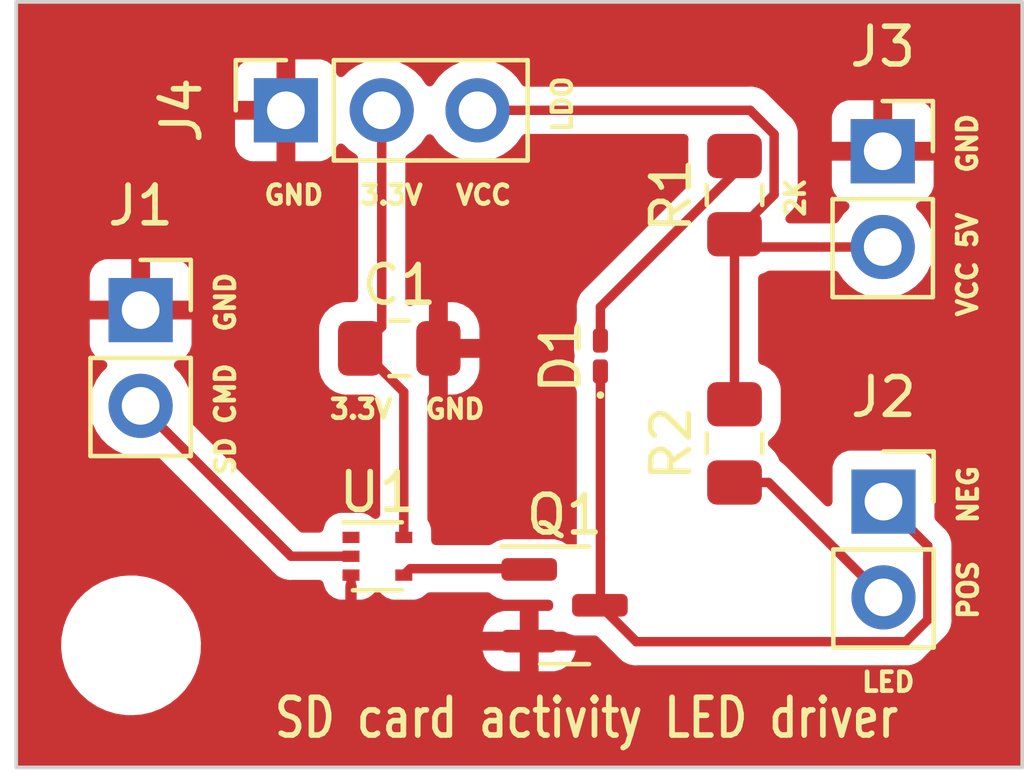
<source format=kicad_pcb>
(kicad_pcb (version 20221018) (generator pcbnew)
  (title_block (title "SD Card Activity LED Driver") (date "2023-07-08") (rev "1"))
  (layers (0 "F.Cu" signal) (31 "B.Cu" signal) (34 "B.Paste" user) (35 "F.Paste" user) (36 "B.SilkS" user "B.Silkscreen") (37 "F.SilkS" user "F.Silkscreen") (38 "B.Mask" user) (39 "F.Mask" user) (44 "Edge.Cuts" user))
  (net 0 "")
  (net 1 "GND")
  (net 2 "Net-(Q1-G)")
  (net 3 "VCC")
  (net 4 "/SD_CMD")
  (net 5 "/3.3V")
  (net 6 "/ACT_LED_NEG")
  (net 7 "Net-(D1-A)")
  (net 8 "Net-(J2-Pin_2)")
  (footprint "Capacitor_SMD:C_0805_2012Metric_Pad1.18x1.45mm_HandSolder" (layer "F.Cu") (at 153.67 65.024 90)
    (fp_text reference "R1" (at 0 -1.68 90) (layer "F.SilkS"))
    (fp_text value "2K")
    (fp_text user "2K" (at -0.635 1.905 90 unlocked) (layer "F.SilkS") (effects (font (size 0.5 0.5) (thickness 0.125)) (justify left bottom)))
    (fp_line (start -0.261252 -0.735) (end 0.261252 -0.735) (stroke (width 0.12)) (layer "F.SilkS"))
    (fp_line (start -0.261252 0.735) (end 0.261252 0.735) (stroke (width 0.12)) (layer "F.SilkS"))
    (pad "1" smd roundrect (at -1.0375 0 90) (size 1.175 1.45) (layers "F.Cu" "F.Paste" "F.Mask") (roundrect_rratio 0.2127659574) (net 3 "VCC"))
    (pad "2" smd roundrect (at 1.0375 0 90) (size 1.175 1.45) (layers "F.Cu" "F.Paste" "F.Mask") (roundrect_rratio 0.2127659574) (net 7 "Net-(D1-A)"))
  )
  (footprint "LED_SMD:LED_0201_0603Metric_Pad0.64x0.40mm_HandSolder" (layer "F.Cu") (at 150.114 69.2905 90)
    (fp_text reference "D1" (at 0 -1.05 90) (layer "F.SilkS"))
    (fp_text value "LED")
    (fp_circle (center -1.035 0) (end -0.985 0) (stroke (width 0.1)) (fill none) (layer "F.SilkS"))
    (pad "1" smd roundrect (at -0.4075 0 90) (size 0.635 0.4) (layers "F.Cu" "F.Mask") (net 6 "/ACT_LED_NEG"))
    (pad "2" smd roundrect (at 0.4075 0 90) (size 0.635 0.4) (layers "F.Cu" "F.Mask") (net 7 "Net-(D1-A)"))
  )
  (footprint "Package_TO_SOT_SMD:SOT-23" (layer "F.Cu") (at 149.1625 75.9)
    (fp_text reference "Q1" (at 0 -2.4) (layer "F.SilkS"))
    (fp_text value "BSS138")
    (fp_line (start 0 -1.56) (end -1.675 -1.56) (stroke (width 0.12)) (layer "F.SilkS"))
    (fp_line (start 0 -1.56) (end 0.65 -1.56) (stroke (width 0.12)) (layer "F.SilkS"))
    (fp_line (start 0 1.56) (end -0.65 1.56) (stroke (width 0.12)) (layer "F.SilkS"))
    (fp_line (start 0 1.56) (end 0.65 1.56) (stroke (width 0.12)) (layer "F.SilkS"))
    (pad "1" smd roundrect (at -0.9375 -0.95) (size 1.475 0.6) (layers "F.Cu" "F.Paste" "F.Mask") (net 2 "Net-(Q1-G)"))
    (pad "2" smd roundrect (at -0.9375 0.95) (size 1.475 0.6) (layers "F.Cu" "F.Paste" "F.Mask") (net 1 "GND"))
    (pad "3" smd roundrect (at 0.9375 0) (size 1.475 0.6) (layers "F.Cu" "F.Paste" "F.Mask") (net 6 "/ACT_LED_NEG"))
  )
  (footprint "Connector_PinSocket_2.54mm:PinSocket_1x02_P2.54mm_Vertical" (layer "F.Cu") (at 137.922 68.072)
    (fp_text reference "J1" (at 0 -2.77) (layer "F.SilkS"))
    (fp_text value "Conn_SD")
    (fp_text user "GND" (at 2.54 0.635 90 unlocked) (layer "F.SilkS") (effects (font (size 0.5 0.5) (thickness 0.125)) (justify left bottom)))
    (fp_text user "SD CMD" (at 2.54 4.445 90 unlocked) (layer "F.SilkS") (effects (font (size 0.5 0.5) (thickness 0.125)) (justify left bottom)))
    (fp_line (start -1.33 1.27) (end -1.33 3.87) (stroke (width 0.12)) (layer "F.SilkS"))
    (fp_line (start -1.33 1.27) (end 1.33 1.27) (stroke (width 0.12)) (layer "F.SilkS"))
    (fp_line (start -1.33 3.87) (end 1.33 3.87) (stroke (width 0.12)) (layer "F.SilkS"))
    (fp_line (start 0 -1.33) (end 1.33 -1.33) (stroke (width 0.12)) (layer "F.SilkS"))
    (fp_line (start 1.33 -1.33) (end 1.33 0) (stroke (width 0.12)) (layer "F.SilkS"))
    (fp_line (start 1.33 1.27) (end 1.33 3.87) (stroke (width 0.12)) (layer "F.SilkS"))
    (pad "1" thru_hole rect (at 0 0) (size 1.7 1.7) (drill 1) (layers "*.Cu" "*.Mask") (net 1 "GND"))
    (pad "2" thru_hole oval (at 0 2.54) (size 1.7 1.7) (drill 1) (layers "*.Cu" "*.Mask") (net 4 "/SD_CMD"))
  )
  (footprint "Capacitor_SMD:C_0805_2012Metric_Pad1.18x1.45mm_HandSolder" (layer "F.Cu") (at 144.78 69.088)
    (fp_text reference "C1" (at 0 -1.68) (layer "F.SilkS"))
    (fp_text value "0.1uF")
    (fp_text user "3.3V" (at -1.905 1.905 unlocked) (layer "F.SilkS") (effects (font (size 0.5 0.5) (thickness 0.125)) (justify left bottom)))
    (fp_text user "GND" (at 0.635 1.905 unlocked) (layer "F.SilkS") (effects (font (size 0.5 0.5) (thickness 0.125)) (justify left bottom)))
    (fp_line (start -0.261252 -0.735) (end 0.261252 -0.735) (stroke (width 0.12)) (layer "F.SilkS"))
    (fp_line (start -0.261252 0.735) (end 0.261252 0.735) (stroke (width 0.12)) (layer "F.SilkS"))
    (pad "1" smd roundrect (at -1.0375 0) (size 1.175 1.45) (layers "F.Cu" "F.Paste" "F.Mask") (roundrect_rratio 0.2127659574) (net 5 "/3.3V"))
    (pad "2" smd roundrect (at 1.0375 0) (size 1.175 1.45) (layers "F.Cu" "F.Paste" "F.Mask") (roundrect_rratio 0.2127659574) (net 1 "GND"))
  )
  (footprint "Capacitor_SMD:C_0805_2012Metric_Pad1.18x1.45mm_HandSolder" (layer "F.Cu") (at 153.67 71.6065 90)
    (fp_text reference "R2" (at 0 -1.68 90) (layer "F.SilkS"))
    (fp_text value "330")
    (fp_line (start -0.261252 -0.735) (end 0.261252 -0.735) (stroke (width 0.12)) (layer "F.SilkS"))
    (fp_line (start -0.261252 0.735) (end 0.261252 0.735) (stroke (width 0.12)) (layer "F.SilkS"))
    (pad "1" smd roundrect (at -1.0375 0 90) (size 1.175 1.45) (layers "F.Cu" "F.Paste" "F.Mask") (roundrect_rratio 0.2127659574) (net 8 "Net-(J2-Pin_2)"))
    (pad "2" smd roundrect (at 1.0375 0 90) (size 1.175 1.45) (layers "F.Cu" "F.Paste" "F.Mask") (roundrect_rratio 0.2127659574) (net 3 "VCC"))
  )
  (footprint "Package_TO_SOT_SMD:SOT-553" (layer "F.Cu") (at 144.2 74.6)
    (fp_text reference "U1" (at 0 -1.7) (layer "F.SilkS"))
    (fp_text value "74LVC1G04")
    (fp_line (start -0.9 -0.9) (end 0.65 -0.9) (stroke (width 0.12)) (layer "F.SilkS"))
    (fp_line (start 0.65 0.9) (end -0.65 0.9) (stroke (width 0.12)) (layer "F.SilkS"))
    (pad "1" smd rect (at -0.7 -0.5) (size 0.45 0.3) (layers "F.Cu" "F.Paste" "F.Mask"))
    (pad "2" smd rect (at -0.7 0) (size 0.45 0.3) (layers "F.Cu" "F.Paste" "F.Mask") (net 4 "/SD_CMD"))
    (pad "3" smd rect (at -0.7 0.5) (size 0.45 0.3) (layers "F.Cu" "F.Paste" "F.Mask") (net 1 "GND"))
    (pad "4" smd rect (at 0.7 0.5) (size 0.45 0.3) (layers "F.Cu" "F.Paste" "F.Mask") (net 2 "Net-(Q1-G)"))
    (pad "5" smd rect (at 0.7 -0.5) (size 0.45 0.3) (layers "F.Cu" "F.Paste" "F.Mask") (net 5 "/3.3V"))
  )
  (footprint "Connector_PinSocket_2.54mm:PinSocket_1x02_P2.54mm_Vertical" (layer "F.Cu") (at 157.62 73.15)
    (fp_text reference "J2" (at 0 -2.77) (layer "F.SilkS"))
    (fp_text value "Conn_LED")
    (fp_text user "LED" (at -0.635 5.08 unlocked) (layer "F.SilkS") (effects (font (size 0.5 0.5) (thickness 0.125)) (justify left bottom)))
    (fp_text user "NEG" (at 2.54 0.635 90 unlocked) (layer "F.SilkS") (effects (font (size 0.5 0.5) (thickness 0.125)) (justify left bottom)))
    (fp_text user "POS" (at 2.54 3.175 90 unlocked) (layer "F.SilkS") (effects (font (size 0.5 0.5) (thickness 0.125)) (justify left bottom)))
    (fp_line (start -1.33 1.27) (end -1.33 3.87) (stroke (width 0.12)) (layer "F.SilkS"))
    (fp_line (start -1.33 1.27) (end 1.33 1.27) (stroke (width 0.12)) (layer "F.SilkS"))
    (fp_line (start -1.33 3.87) (end 1.33 3.87) (stroke (width 0.12)) (layer "F.SilkS"))
    (fp_line (start 0 -1.33) (end 1.33 -1.33) (stroke (width 0.12)) (layer "F.SilkS"))
    (fp_line (start 1.33 -1.33) (end 1.33 0) (stroke (width 0.12)) (layer "F.SilkS"))
    (fp_line (start 1.33 1.27) (end 1.33 3.87) (stroke (width 0.12)) (layer "F.SilkS"))
    (pad "1" thru_hole rect (at 0 0) (size 1.7 1.7) (drill 1) (layers "*.Cu" "*.Mask") (net 6 "/ACT_LED_NEG"))
    (pad "2" thru_hole oval (at 0 2.54) (size 1.7 1.7) (drill 1) (layers "*.Cu" "*.Mask") (net 8 "Net-(J2-Pin_2)"))
  )
  (footprint "Connector_PinSocket_2.54mm:PinSocket_1x02_P2.54mm_Vertical" (layer "F.Cu") (at 157.6 63.86)
    (fp_text reference "J3" (at 0 -2.77) (layer "F.SilkS"))
    (fp_text value "Conn_5V")
    (fp_text user "GND" (at 2.54 0.635 90 unlocked) (layer "F.SilkS") (effects (font (size 0.5 0.5) (thickness 0.125)) (justify left bottom)))
    (fp_text user "VCC 5V" (at 2.54 4.445 90 unlocked) (layer "F.SilkS") (effects (font (size 0.5 0.5) (thickness 0.125)) (justify left bottom)))
    (fp_line (start -1.33 1.27) (end -1.33 3.87) (stroke (width 0.12)) (layer "F.SilkS"))
    (fp_line (start -1.33 1.27) (end 1.33 1.27) (stroke (width 0.12)) (layer "F.SilkS"))
    (fp_line (start -1.33 3.87) (end 1.33 3.87) (stroke (width 0.12)) (layer "F.SilkS"))
    (fp_line (start 0 -1.33) (end 1.33 -1.33) (stroke (width 0.12)) (layer "F.SilkS"))
    (fp_line (start 1.33 -1.33) (end 1.33 0) (stroke (width 0.12)) (layer "F.SilkS"))
    (fp_line (start 1.33 1.27) (end 1.33 3.87) (stroke (width 0.12)) (layer "F.SilkS"))
    (pad "1" thru_hole rect (at 0 0) (size 1.7 1.7) (drill 1) (layers "*.Cu" "*.Mask") (net 1 "GND"))
    (pad "2" thru_hole oval (at 0 2.54) (size 1.7 1.7) (drill 1) (layers "*.Cu" "*.Mask") (net 3 "VCC"))
  )
  (footprint "Connector_PinSocket_2.54mm:PinSocket_1x03_P2.54mm_Vertical" (layer "F.Cu") (at 141.775 62.775 90)
    (fp_text reference "J4" (at 0 -2.77 90) (layer "F.SilkS"))
    (fp_text value "Conn_LDO")
    (fp_text user "3.3V" (at -2.54 1.905 unlocked) (layer "F.SilkS") (effects (font (size 0.5 0.5) (thickness 0.125)) (justify left bottom)))
    (fp_text user "VCC" (at -2.54 4.445 unlocked) (layer "F.SilkS") (effects (font (size 0.5 0.5) (thickness 0.125)) (justify left bottom)))
    (fp_text user "GND" (at -2.54 -0.635 unlocked) (layer "F.SilkS") (effects (font (size 0.5 0.5) (thickness 0.125)) (justify left bottom)))
    (fp_text user "LDO" (at -0.635 7.62 90 unlocked) (layer "F.SilkS") (effects (font (size 0.5 0.5) (thickness 0.125)) (justify left bottom)))
    (fp_line (start -1.33 1.27) (end -1.33 6.41) (stroke (width 0.12)) (layer "F.SilkS"))
    (fp_line (start -1.33 1.27) (end 1.33 1.27) (stroke (width 0.12)) (layer "F.SilkS"))
    (fp_line (start -1.33 6.41) (end 1.33 6.41) (stroke (width 0.12)) (layer "F.SilkS"))
    (fp_line (start 0 -1.33) (end 1.33 -1.33) (stroke (width 0.12)) (layer "F.SilkS"))
    (fp_line (start 1.33 -1.33) (end 1.33 0) (stroke (width 0.12)) (layer "F.SilkS"))
    (fp_line (start 1.33 1.27) (end 1.33 6.41) (stroke (width 0.12)) (layer "F.SilkS"))
    (pad "1" thru_hole rect (at 0 0 90) (size 1.7 1.7) (drill 1) (layers "*.Cu" "*.Mask") (net 1 "GND"))
    (pad "2" thru_hole oval (at 0 2.54 90) (size 1.7 1.7) (drill 1) (layers "*.Cu" "*.Mask") (net 5 "/3.3V"))
    (pad "3" thru_hole oval (at 0 5.08 90) (size 1.7 1.7) (drill 1) (layers "*.Cu" "*.Mask") (net 3 "VCC"))
  )
  (footprint "MountingHole:MountingHole_3.2mm_M3" (layer "F.Cu") (at 137.668 76.962)
    (fp_text reference "REF**" hide)
    (fp_text value "MountingHole_3.2mm_M3" hide)
    (pad "" np_thru_hole circle (at 0 0) (size 3.2 3.2) (drill 3.2) (layers "*.Cu" "*.Mask"))
  )
  (gr_rect (start 134.622 59.9) (end 161.3 80.2) (stroke (width 0.1)) (fill none) (layer "Edge.Cuts"))
  (gr_text "SD card activity LED driver" (at 141.4 79.47) (layer "F.SilkS") (effects (font (size 1 0.8)) (justify left bottom)))
  (segment (start 143.5 76.11) (end 143.58 76.19) (width 0.25) (layer "F.Cu") (net 1))
  (segment (start 143.58 76.19) (end 143.58 76.25) (width 0.25) (layer "F.Cu") (net 1))
  (segment (start 143.5 75.1) (end 143.5 76.11) (width 0.25) (layer "F.Cu") (net 1))
  (segment (start 148.205 74.93) (end 148.225 74.95) (width 0.25) (layer "F.Cu") (net 2))
  (segment (start 145.07 74.93) (end 148.205 74.93) (width 0.25) (layer "F.Cu") (net 2))
  (segment (start 144.9 75.1) (end 145.07 74.93) (width 0.25) (layer "F.Cu") (net 2))
  (segment (start 154.084173 62.775) (end 154.72 63.410827) (width 0.25) (layer "F.Cu") (net 3))
  (segment (start 153.67 70.569) (end 153.67 66.0615) (width 0.25) (layer "F.Cu") (net 3))
  (segment (start 157.6 66.4) (end 154.0085 66.4) (width 0.25) (layer "F.Cu") (net 3))
  (segment (start 146.855 62.775) (end 154.084173 62.775) (width 0.25) (layer "F.Cu") (net 3))
  (segment (start 154.72 65.0115) (end 153.67 66.0615) (width 0.25) (layer "F.Cu") (net 3))
  (segment (start 154.72 63.410827) (end 154.72 65.0115) (width 0.25) (layer "F.Cu") (net 3))
  (segment (start 154.0085 66.4) (end 153.67 66.0615) (width 0.25) (layer "F.Cu") (net 3))
  (segment (start 141.91 74.6) (end 143.5 74.6) (width 0.25) (layer "F.Cu") (net 4))
  (segment (start 137.922 70.612) (end 141.91 74.6) (width 0.25) (layer "F.Cu") (net 4))
  (segment (start 143.7425 69.088) (end 144.315 68.5155) (width 0.25) (layer "F.Cu") (net 5))
  (segment (start 144.9 70.2455) (end 143.7425 69.088) (width 0.25) (layer "F.Cu") (net 5))
  (segment (start 144.315 68.5155) (end 144.315 62.775) (width 0.25) (layer "F.Cu") (net 5))
  (segment (start 144.9 74.1) (end 144.9 70.2455) (width 0.25) (layer "F.Cu") (net 5))
  (segment (start 150.114 69.7495) (end 150.114 75.886) (width 0.25) (layer "F.Cu") (net 6))
  (segment (start 150.1 75.9) (end 151.065 76.865) (width 0.25) (layer "F.Cu") (net 6))
  (segment (start 150.114 75.886) (end 150.1 75.9) (width 0.25) (layer "F.Cu") (net 6))
  (segment (start 151.065 76.865) (end 158.212 76.865) (width 0.25) (layer "F.Cu") (net 6))
  (segment (start 158.212 76.865) (end 158.795 76.282) (width 0.25) (layer "F.Cu") (net 6))
  (segment (start 158.795 76.282) (end 158.795 74.325) (width 0.25) (layer "F.Cu") (net 6))
  (segment (start 158.795 74.325) (end 157.62 73.15) (width 0.25) (layer "F.Cu") (net 6))
  (segment (start 150.114 67.991827) (end 153.67 64.435827) (width 0.25) (layer "F.Cu") (net 7))
  (segment (start 150.114 68.9345) (end 150.114 67.991827) (width 0.25) (layer "F.Cu") (net 7))
  (segment (start 153.67 64.435827) (end 153.67 63.9865) (width 0.25) (layer "F.Cu") (net 7))
  (segment (start 157.62 75.69) (end 154.574 72.644) (width 0.25) (layer "F.Cu") (net 8))
  (segment (start 154.574 72.644) (end 153.67 72.644) (width 0.25) (layer "F.Cu") (net 8))
  (zone (net 1) (net_name "GND") (layer "F.Cu") (connect_pads (clearance 0.5)) (min_thickness 0.25) (fill yes (thermal_gap 0.5) (thermal_bridge_width 0.5))
    (polygon (pts (xy 134.622 59.9) (xy 161.3 59.9) (xy 161.3 80.2) (xy 134.622 80.2)))
  )
)
</source>
